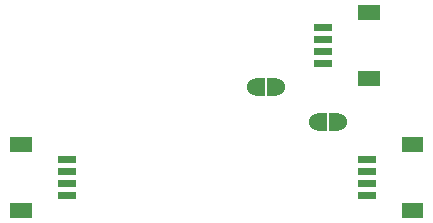
<source format=gbr>
G04 This is an RS-274x file exported by *
G04 gerbv version 2.6.1 *
G04 More information is available about gerbv at *
G04 http://gerbv.geda-project.org/ *
G04 --End of header info--*
%MOIN*%
%FSLAX34Y34*%
%IPPOS*%
G04 --Define apertures--*
%ADD10C,0.0001*%
%ADD11C,0.0600*%
G04 --Start main section--*
G54D10*
G36*
G01X0019695Y0040709D02*
G01X0019695Y0040473D01*
G01X0020305Y0040473D01*
G01X0020305Y0040709D01*
G01X0019695Y0040709D01*
G37*
G36*
G01X0019695Y0040315D02*
G01X0019695Y0040079D01*
G01X0020305Y0040079D01*
G01X0020305Y0040315D01*
G01X0019695Y0040315D01*
G37*
G36*
G01X0019695Y0039921D02*
G01X0019695Y0039685D01*
G01X0020305Y0039685D01*
G01X0020305Y0039921D01*
G01X0019695Y0039921D01*
G37*
G36*
G01X0019695Y0039528D02*
G01X0019695Y0039291D01*
G01X0020305Y0039291D01*
G01X0020305Y0039528D01*
G01X0019695Y0039528D01*
G37*
G36*
G01X0021171Y0041339D02*
G01X0021171Y0040866D01*
G01X0021880Y0040866D01*
G01X0021880Y0041339D01*
G01X0021171Y0041339D01*
G37*
G36*
G01X0021171Y0039134D02*
G01X0021171Y0038661D01*
G01X0021880Y0038661D01*
G01X0021880Y0039134D01*
G01X0021171Y0039134D01*
G37*
G36*
G01X0009695Y0039528D02*
G01X0009695Y0039291D01*
G01X0010305Y0039291D01*
G01X0010305Y0039528D01*
G01X0009695Y0039528D01*
G37*
G36*
G01X0009695Y0039921D02*
G01X0009695Y0039685D01*
G01X0010305Y0039685D01*
G01X0010305Y0039921D01*
G01X0009695Y0039921D01*
G37*
G36*
G01X0009695Y0040315D02*
G01X0009695Y0040079D01*
G01X0010305Y0040079D01*
G01X0010305Y0040315D01*
G01X0009695Y0040315D01*
G37*
G36*
G01X0009695Y0040709D02*
G01X0009695Y0040473D01*
G01X0010305Y0040473D01*
G01X0010305Y0040709D01*
G01X0009695Y0040709D01*
G37*
G36*
G01X0008120Y0039134D02*
G01X0008120Y0038661D01*
G01X0008829Y0038661D01*
G01X0008829Y0039134D01*
G01X0008120Y0039134D01*
G37*
G36*
G01X0008120Y0041339D02*
G01X0008120Y0040866D01*
G01X0008829Y0040866D01*
G01X0008829Y0041339D01*
G01X0008120Y0041339D01*
G37*
G54D11*
G01X0018370Y0041850D03*
G54D10*
G36*
G01X0018670Y0042150D02*
G01X0018370Y0042150D01*
G01X0018370Y0041550D01*
G01X0018670Y0041550D01*
G01X0018670Y0042150D01*
G37*
G54D11*
G01X0019050Y0041850D03*
G54D10*
G36*
G01X0019050Y0042150D02*
G01X0018750Y0042150D01*
G01X0018750Y0041550D01*
G01X0019050Y0041550D01*
G01X0019050Y0042150D01*
G37*
G36*
G01X0018245Y0045109D02*
G01X0018245Y0044873D01*
G01X0018855Y0044873D01*
G01X0018855Y0045109D01*
G01X0018245Y0045109D01*
G37*
G36*
G01X0018245Y0044715D02*
G01X0018245Y0044479D01*
G01X0018855Y0044479D01*
G01X0018855Y0044715D01*
G01X0018245Y0044715D01*
G37*
G36*
G01X0018245Y0044321D02*
G01X0018245Y0044085D01*
G01X0018855Y0044085D01*
G01X0018855Y0044321D01*
G01X0018245Y0044321D01*
G37*
G36*
G01X0018245Y0043928D02*
G01X0018245Y0043691D01*
G01X0018855Y0043691D01*
G01X0018855Y0043928D01*
G01X0018245Y0043928D01*
G37*
G36*
G01X0019721Y0045739D02*
G01X0019721Y0045266D01*
G01X0020430Y0045266D01*
G01X0020430Y0045739D01*
G01X0019721Y0045739D01*
G37*
G36*
G01X0019721Y0043534D02*
G01X0019721Y0043061D01*
G01X0020430Y0043061D01*
G01X0020430Y0043534D01*
G01X0019721Y0043534D01*
G37*
G54D11*
G01X0016310Y0043000D03*
G54D10*
G36*
G01X0016610Y0043300D02*
G01X0016310Y0043300D01*
G01X0016310Y0042700D01*
G01X0016610Y0042700D01*
G01X0016610Y0043300D01*
G37*
G54D11*
G01X0016990Y0043000D03*
G54D10*
G36*
G01X0016990Y0043300D02*
G01X0016690Y0043300D01*
G01X0016690Y0042700D01*
G01X0016990Y0042700D01*
G01X0016990Y0043300D01*
G37*
M02*

</source>
